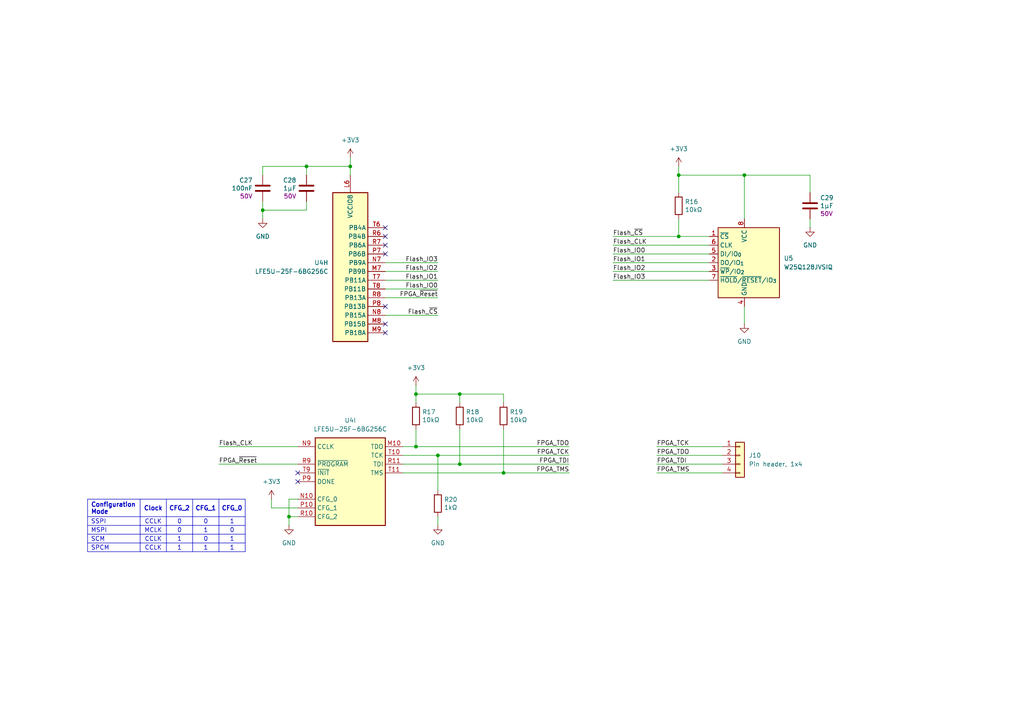
<source format=kicad_sch>
(kicad_sch (version 20250114) (generator "eeschema") (generator_version "9.0")
  (paper "A4")
  (title_block (title "Clavier - FPGA configuration") (date "2025-06-01") (rev "1.0") (company "Copyright (c) 2025 L. Sartory") (comment 1 "SPDX-License-Identifier: CERN-OHL-P-2.0"))
  (lib_symbols
    (symbol "Connector_Generic:Conn_01x04" (pin_names (offset 1.016) (hide yes))
      (property "Reference" "J" (at 0 5.08 0))
      (property "Value" "Conn_01x04" (at 0 -7.62 0))
      (symbol "Conn_01x04_1_1"
        (rectangle (start -1.27 3.81) (end 1.27 -6.35) (stroke (width 0.254)) (fill (type background)))
        (rectangle (start -1.27 2.667) (end 0 2.413) (stroke (width 0.1524)))
        (rectangle (start -1.27 0.127) (end 0 -0.127) (stroke (width 0.1524)))
        (rectangle (start -1.27 -2.413) (end 0 -2.667) (stroke (width 0.1524)))
        (rectangle (start -1.27 -4.953) (end 0 -5.207) (stroke (width 0.1524)))
        (pin passive line (at -5.08 2.54 0) (length 3.81) (name "Pin_1") (number "1"))
        (pin passive line (at -5.08 0 0) (length 3.81) (name "Pin_2") (number "2"))
        (pin passive line (at -5.08 -2.54 0) (length 3.81) (name "Pin_3") (number "3"))
        (pin passive line (at -5.08 -5.08 0) (length 3.81) (name "Pin_4") (number "4"))
      )
    )
    (symbol "Device:C" (pin_numbers (hide yes)) (pin_names (offset 0.254))
      (property "Reference" "C" (at 0.635 2.54 0))
      (property "Value" "C" (at 0.635 -2.54 0))
      (symbol "C_0_1"
        (polyline (pts (xy -2.032 0.762) (xy 2.032 0.762)) (stroke (width 0.508)))
        (polyline (pts (xy -2.032 -0.762) (xy 2.032 -0.762)) (stroke (width 0.508)))
      )
      (symbol "C_1_1"
        (pin passive line (at 0 3.81 270) (length 2.794) (name "~") (number "1"))
        (pin passive line (at 0 -3.81 90) (length 2.794) (name "~") (number "2"))
      )
    )
    (symbol "Device:R" (pin_numbers (hide yes)) (pin_names (offset 0))
      (property "Reference" "R" (at 2.032 0 90))
      (property "Value" "R" (at 0 0 90))
      (symbol "R_0_1"
        (rectangle (start -1.016 -2.54) (end 1.016 2.54) (stroke (width 0.254)))
      )
      (symbol "R_1_1"
        (pin passive line (at 0 3.81 270) (length 1.27) (name "~") (number "1"))
        (pin passive line (at 0 -3.81 90) (length 1.27) (name "~") (number "2"))
      )
    )
    (symbol "Memory_Flash:W25Q128JVS"
      (property "Reference" "U" (at -6.35 11.43 0))
      (property "Value" "W25Q128JVS" (at 7.62 11.43 0))
      (symbol "W25Q128JVS_0_1"
        (rectangle (start -7.62 10.16) (end 10.16 -10.16) (stroke (width 0.254)) (fill (type background)))
      )
      (symbol "W25Q128JVS_1_1"
        (pin input line (at -10.16 7.62 0) (length 2.54) (name "~{CS}") (number "1"))
        (pin input line (at -10.16 5.08 0) (length 2.54) (name "CLK") (number "6"))
        (pin bidirectional line (at -10.16 2.54 0) (length 2.54) (name "DI/IO_{0}") (number "5"))
        (pin bidirectional line (at -10.16 0 0) (length 2.54) (name "DO/IO_{1}") (number "2"))
        (pin bidirectional line (at -10.16 -2.54 0) (length 2.54) (name "~{WP}/IO_{2}") (number "3"))
        (pin bidirectional line (at -10.16 -5.08 0) (length 2.54) (name "~{HOLD}/~{RESET}/IO_{3}") (number "7"))
        (pin power_in line (at 0 12.7 270) (length 2.54) (name "VCC") (number "8"))
        (pin power_in line (at 0 -12.7 90) (length 2.54) (name "GND") (number "4"))
      )
    )
    (symbol "clavier:LFE5U-25F-6BG256x"
      (property "Reference" "U" (at 24.13 0 0))
      (property "Value" "LFE5U-25F-6BG256x" (at 24.13 -2.54 0))
      (symbol "LFE5U-25F-6BG256x_1_1"
        (rectangle (start -25.4 10.16) (end 25.4 -10.16) (stroke (width 0.3048)) (fill (type background)))
        (pin passive line (at 0 15.24 270) (length 5.08) (hide yes) (name "VCC") (number "G6"))
        (pin passive line (at 0 15.24 270) (length 5.08) (hide yes) (name "VCC") (number "G7"))
        (pin passive line (at 0 15.24 270) (length 5.08) (hide yes) (name "VCC") (number "G9"))
        (pin power_in line (at 0 15.24 270) (length 5.08) (name "VCC") (number "L10"))
        (pin passive line (at 0 15.24 270) (length 5.08) (hide yes) (name "VCC") (number "L8"))
        (pin passive line (at 0 15.24 270) (length 5.08) (hide yes) (name "VCC") (number "L9"))
        (pin passive line (at 0 -15.24 90) (length 5.08) (hide yes) (name "GND") (number "A1"))
        (pin passive line (at 0 -15.24 90) (length 5.08) (hide yes) (name "GND") (number "A16"))
        (pin passive line (at 0 -15.24 90) (length 5.08) (hide yes) (name "GND") (number "D15"))
        (pin power_in line (at 0 -15.24 90) (length 5.08) (name "GND") (number "D2"))
        (pin passive line (at 0 -15.24 90) (length 5.08) (hide yes) (name "GND") (number "F8"))
        (pin passive line (at 0 -15.24 90) (length 5.08) (hide yes) (name "GND") (number "F9"))
        (pin passive line (at 0 -15.24 90) (length 5.08) (hide yes) (name "GND") (number "G10"))
        (pin passive line (at 0 -15.24 90) (length 5.08) (hide yes) (name "GND") (number "G8"))
        (pin passive line (at 0 -15.24 90) (length 5.08) (hide yes) (name "GND") (number "H1"))
        (pin passive line (at 0 -15.24 90) (length 5.08) (hide yes) (name "GND") (number "H10"))
        (pin passive line (at 0 -15.24 90) (length 5.08) (hide yes) (name "GND") (number "H16"))
        (pin passive line (at 0 -15.24 90) (length 5.08) (hide yes) (name "GND") (number "H8"))
        (pin passive line (at 0 -15.24 90) (length 5.08) (hide yes) (name "GND") (number "H9"))
        (pin passive line (at 0 -15.24 90) (length 5.08) (hide yes) (name "GND") (number "J10"))
        (pin passive line (at 0 -15.24 90) (length 5.08) (hide yes) (name "GND") (number "J8"))
        (pin passive line (at 0 -15.24 90) (length 5.08) (hide yes) (name "GND") (number "J9"))
        (pin passive line (at 0 -15.24 90) (length 5.08) (hide yes) (name "GND") (number "K10"))
        (pin passive line (at 0 -15.24 90) (length 5.08) (hide yes) (name "GND") (number "K6"))
        (pin passive line (at 0 -15.24 90) (length 5.08) (hide yes) (name "GND") (number "K7"))
        (pin passive line (at 0 -15.24 90) (length 5.08) (hide yes) (name "GND") (number "K8"))
        (pin passive line (at 0 -15.24 90) (length 5.08) (hide yes) (name "GND") (number "K9"))
        (pin passive line (at 0 -15.24 90) (length 5.08) (hide yes) (name "GND") (number "N15"))
        (pin passive line (at 0 -15.24 90) (length 5.08) (hide yes) (name "GND") (number "N2"))
        (pin passive line (at 0 -15.24 90) (length 5.08) (hide yes) (name "GND") (number "T1"))
        (pin passive line (at 0 -15.24 90) (length 5.08) (hide yes) (name "GND") (number "T12"))
        (pin passive line (at 0 -15.24 90) (length 5.08) (hide yes) (name "GND") (number "T16"))
        (pin passive line (at 0 -15.24 90) (length 5.08) (hide yes) (name "GND") (number "T5"))
        (pin passive line (at 12.7 15.24 270) (length 5.08) (hide yes) (name "VCCAUX") (number "G11"))
        (pin power_in line (at 12.7 15.24 270) (length 5.08) (name "VCCAUX") (number "L7"))
      )
      (symbol "LFE5U-25F-6BG256x_2_1"
        (rectangle (start -5.08 35.56) (end 5.08 -35.56) (stroke (width 0.3048)) (fill (type background)))
        (pin bidirectional line (at -10.16 25.4 0) (length 5.08) (name "PT4A") (number "A2"))
        (pin bidirectional line (at -10.16 22.86 0) (length 5.08) (name "PT4B") (number "B3"))
        (pin bidirectional line (at -10.16 20.32 0) (length 5.08) (name "PT6A") (number "A3"))
        (pin bidirectional line (at -10.16 17.78 0) (length 5.08) (name "PT6B") (number "A4"))
        (pin bidirectional line (at -10.16 15.24 0) (length 5.08) (name "PT9A") (number "E4"))
        (pin bidirectional line (at -10.16 12.7 0) (length 5.08) (name "PT9B") (number "D4"))
        (pin bidirectional line (at -10.16 10.16 0) (length 5.08) (name "PT11A") (number "C4"))
        (pin bidirectional line (at -10.16 7.62 0) (length 5.08) (name "PT11B") (number "B4"))
        (pin bidirectional line (at -10.16 5.08 0) (length 5.08) (name "PT13A") (number "E5"))
        (pin bidirectional line (at -10.16 2.54 0) (length 5.08) (name "PT13B") (number "D5"))
        (pin bidirectional line (at -10.16 0 0) (length 5.08) (name "PT15A") (number "C5"))
        (pin bidirectional line (at -10.16 -2.54 0) (length 5.08) (name "PT15B") (number "B5"))
        (pin bidirectional line (at -10.16 -5.08 0) (length 5.08) (name "PT18A") (number "A5"))
        (pin bidirectional line (at -10.16 -7.62 0) (length 5.08) (name "PT18B") (number "A6"))
        (pin bidirectional line (at -10.16 -10.16 0) (length 5.08) (name "PT20A") (number "E6"))
        (pin bidirectional line (at -10.16 -12.7 0) (length 5.08) (name "PT20B") (number "D6"))
        (pin bidirectional line (at -10.16 -15.24 0) (length 5.08) (name "PT22A") (number "C6"))
        (pin bidirectional line (at -10.16 -17.78 0) (length 5.08) (name "PT22B") (number "B6"))
        (pin bidirectional line (at -10.16 -20.32 0) (length 5.08) (name "PT24A") (number "E7"))
        (pin bidirectional line (at -10.16 -22.86 0) (length 5.08) (name "PT24B") (number "D7"))
        (pin bidirectional line (at -10.16 -25.4 0) (length 5.08) (name "PT27A") (number "C7"))
        (pin bidirectional line (at -10.16 -27.94 0) (length 5.08) (name "PT27B") (number "B7"))
        (pin bidirectional line (at -10.16 -30.48 0) (length 5.08) (name "PT29A") (number "A7"))
        (pin bidirectional line (at -10.16 -33.02 0) (length 5.08) (name "PT29B") (number "A8"))
        (pin passive line (at 0 40.64 270) (length 5.08) (hide yes) (name "VCCIO0") (number "F6"))
        (pin power_in line (at 0 40.64 270) (length 5.08) (name "VCCIO0") (number "F7"))
      )
      (symbol "LFE5U-25F-6BG256x_3_1"
        (rectangle (start -5.08 45.72) (end 5.08 -45.72) (stroke (width 0.3048)) (fill (type background)))
        (pin bidirectional line (at -10.16 35.56 0) (length 5.08) (name "PT33A") (number "E8"))
        (pin bidirectional line (at -10.16 33.02 0) (length 5.08) (name "PT33B") (number "D8"))
        (pin bidirectional line (at -10.16 30.48 0) (length 5.08) (name "PT35A") (number "C8"))
        (pin bidirectional line (at -10.16 27.94 0) (length 5.08) (name "PT35B") (number "B8"))
        (pin bidirectional line (at -10.16 25.4 0) (length 5.08) (name "PT38A") (number "B9"))
        (pin bidirectional line (at -10.16 22.86 0) (length 5.08) (name "PT38B") (number "C9"))
        (pin bidirectional line (at -10.16 20.32 0) (length 5.08) (name "PT40A") (number "D9"))
        (pin bidirectional line (at -10.16 17.78 0) (length 5.08) (name "PT40B") (number "E9"))
        (pin bidirectional line (at -10.16 15.24 0) (length 5.08) (name "PT42A") (number "A9"))
        (pin bidirectional line (at -10.16 12.7 0) (length 5.08) (name "PT42B") (number "A10"))
        (pin bidirectional line (at -10.16 10.16 0) (length 5.08) (name "PT44A") (number "B10"))
        (pin bidirectional line (at -10.16 7.62 0) (length 5.08) (name "PT44B") (number "C10"))
        (pin bidirectional line (at -10.16 5.08 0) (length 5.08) (name "PT47A") (number "D10"))
        (pin bidirectional line (at -10.16 2.54 0) (length 5.08) (name "PT47B") (number "E10"))
        (pin bidirectional line (at -10.16 0 0) (length 5.08) (name "PT49A") (number "B11"))
        (pin bidirectional line (at -10.16 -2.54 0) (length 5.08) (name "PT49B") (number "C11"))
        (pin bidirectional line (at -10.16 -5.08 0) (length 5.08) (name "PT51A") (number "D11"))
        (pin bidirectional line (at -10.16 -7.62 0) (length 5.08) (name "PT51B") (number "E11"))
        (pin bidirectional line (at -10.16 -10.16 0) (length 5.08) (name "PT53A") (number "A11"))
        (pin bidirectional line (at -10.16 -12.7 0) (length 5.08) (name "PT53B") (number "A12"))
        (pin bidirectional line (at -10.16 -15.24 0) (length 5.08) (name "PT56A") (number "B12"))
        (pin bidirectional line (at -10.16 -17.78 0) (length 5.08) (name "PT56B") (number "C12"))
        (pin bidirectional line (at -10.16 -20.32 0) (length 5.08) (name "PT58A") (number "D12"))
        (pin bidirectional line (at -10.16 -22.86 0) (length 5.08) (name "PT58B") (number "E12"))
        (pin bidirectional line (at -10.16 -25.4 0) (length 5.08) (name "PT60A") (number "B13"))
        (pin bidirectional line (at -10.16 -27.94 0) (length 5.08) (name "PT60B") (number "C13"))
        (pin bidirectional line (at -10.16 -30.48 0) (length 5.08) (name "PT62A") (number "D13"))
        (pin bidirectional line (at -10.16 -33.02 0) (length 5.08) (name "PT62B") (number "E13"))
        (pin bidirectional line (at -10.16 -35.56 0) (length 5.08) (name "PT65A") (number "A13"))
        (pin bidirectional line (at -10.16 -38.1 0) (length 5.08) (name "PT65B") (number "A14"))
        (pin bidirectional line (at -10.16 -40.64 0) (length 5.08) (name "PT67A") (number "B14"))
        (pin bidirectional line (at -10.16 -43.18 0) (length 5.08) (name "PT67B") (number "A15"))
        (pin passive line (at 0 50.8 270) (length 5.08) (hide yes) (name "VCCIO1") (number "F10"))
        (pin power_in line (at 0 50.8 270) (length 5.08) (name "VCCIO1") (number "F11"))
      )
      (symbol "LFE5U-25F-6BG256x_4_1"
        (rectangle (start -5.08 45.72) (end 5.08 -45.72) (stroke (width 0.3048)) (fill (type background)))
        (pin bidirectional line (at -10.16 35.56 0) (length 5.08) (name "PR2A") (number "B16"))
        (pin bidirectional line (at -10.16 33.02 0) (length 5.08) (name "PR2B") (number "B15"))
        (pin bidirectional line (at -10.16 30.48 0) (length 5.08) (name "PR2C") (number "C14"))
        (pin bidirectional line (at -10.16 27.94 0) (length 5.08) (name "PR2D") (number "D14"))
        (pin bidirectional line (at -10.16 25.4 0) (length 5.08) (name "PR5A") (number "C16"))
        (pin bidirectional line (at -10.16 22.86 0) (length 5.08) (name "PR5B") (number "C15"))
        (pin bidirectional line (at -10.16 20.32 0) (length 5.08) (name "PR5C") (number "E14"))
        (pin bidirectional line (at -10.16 17.78 0) (length 5.08) (name "PR5D") (number "F14"))
        (pin bidirectional line (at -10.16 15.24 0) (length 5.08) (name "PR8A") (number "D16"))
        (pin bidirectional line (at -10.16 12.7 0) (length 5.08) (name "PR8B") (number "E15"))
        (pin bidirectional line (at -10.16 10.16 0) (length 5.08) (name "PR8C") (number "F13"))
        (pin bidirectional line (at -10.16 7.62 0) (length 5.08) (name "PR8D") (number "F12"))
        (pin bidirectional line (at -10.16 5.08 0) (length 5.08) (name "PR11A") (number "G12"))
        (pin bidirectional line (at -10.16 2.54 0) (length 5.08) (name "PR11B") (number "G13"))
        (pin bidirectional line (at -10.16 0 0) (length 5.08) (name "PR11C") (number "F15"))
        (pin bidirectional line (at -10.16 -2.54 0) (length 5.08) (name "PR11D") (number "E16"))
        (pin bidirectional line (at -10.16 -5.08 0) (length 5.08) (name "PR14A") (number "F16"))
        (pin bidirectional line (at -10.16 -7.62 0) (length 5.08) (name "PR14B") (number "G15"))
        (pin bidirectional line (at -10.16 -10.16 0) (length 5.08) (name "PR14C") (number "G14"))
        (pin bidirectional line (at -10.16 -12.7 0) (length 5.08) (name "PR14D") (number "H14"))
        (pin bidirectional line (at -10.16 -15.24 0) (length 5.08) (name "PR17A") (number "H12"))
        (pin bidirectional line (at -10.16 -17.78 0) (length 5.08) (name "PR17B") (number "H13"))
        (pin bidirectional line (at -10.16 -20.32 0) (length 5.08) (name "PR17C") (number "J13"))
        (pin bidirectional line (at -10.16 -22.86 0) (length 5.08) (name "PR17D") (number "J12"))
        (pin bidirectional line (at -10.16 -25.4 0) (length 5.08) (name "PR20A") (number "G16"))
        (pin bidirectional line (at -10.16 -27.94 0) (length 5.08) (name "PR20B") (number "H15"))
        (pin bidirectional line (at -10.16 -30.48 0) (length 5.08) (name "PR20C") (number "J14"))
        (pin bidirectional line (at -10.16 -33.02 0) (length 5.08) (name "PR20D") (number "K14"))
        (pin bidirectional line (at -10.16 -35.56 0) (length 5.08) (name "PR23A") (number "J16"))
        (pin bidirectional line (at -10.16 -38.1 0) (length 5.08) (name "PR23B") (number "J15"))
        (pin bidirectional line (at -10.16 -40.64 0) (length 5.08) (name "PR23C") (number "K16"))
        (pin bidirectional line (at -10.16 -43.18 0) (length 5.08) (name "PR23D") (number "K15"))
        (pin power_in line (at 0 50.8 270) (length 5.08) (name "VCCIO2") (number "H11"))
        (pin passive line (at 0 50.8 270) (length 5.08) (hide yes) (name "VCCIO2") (number "J11"))
      )
      (symbol "LFE5U-25F-6BG256x_5_1"
        (rectangle (start -5.08 45.72) (end 5.08 -45.72) (stroke (width 0.3048)) (fill (type background)))
        (pin bidirectional line (at -10.16 35.56 0) (length 5.08) (name "PR26A") (number "L16"))
        (pin bidirectional line (at -10.16 33.02 0) (length 5.08) (name "PR26B") (number "L15"))
        (pin bidirectional line (at -10.16 30.48 0) (length 5.08) (name "PR26C") (number "M16"))
        (pin bidirectional line (at -10.16 27.94 0) (length 5.08) (name "PR26D") (number "M15"))
        (pin bidirectional line (at -10.16 25.4 0) (length 5.08) (name "PR29A") (number "K13"))
        (pin bidirectional line (at -10.16 22.86 0) (length 5.08) (name "PR29B") (number "K12"))
        (pin bidirectional line (at -10.16 20.32 0) (length 5.08) (name "PR29C") (number "L13"))
        (pin bidirectional line (at -10.16 17.78 0) (length 5.08) (name "PR29D") (number "L12"))
        (pin bidirectional line (at -10.16 15.24 0) (length 5.08) (name "PR32A") (number "N16"))
        (pin bidirectional line (at -10.16 12.7 0) (length 5.08) (name "PR32B") (number "P15"))
        (pin bidirectional line (at -10.16 10.16 0) (length 5.08) (name "PR32C") (number "L14"))
        (pin bidirectional line (at -10.16 7.62 0) (length 5.08) (name "PR32D") (number "M14"))
        (pin bidirectional line (at -10.16 5.08 0) (length 5.08) (name "PR35A") (number "P16"))
        (pin bidirectional line (at -10.16 2.54 0) (length 5.08) (name "PR35B") (number "R16"))
        (pin bidirectional line (at -10.16 0 0) (length 5.08) (name "PR35C") (number "M13"))
        (pin bidirectional line (at -10.16 -2.54 0) (length 5.08) (name "PR35D") (number "N14"))
        (pin bidirectional line (at -10.16 -5.08 0) (length 5.08) (name "PR38A") (number "N13"))
        (pin bidirectional line (at -10.16 -7.62 0) (length 5.08) (name "PR38B") (number "P14"))
        (pin bidirectional line (at -10.16 -10.16 0) (length 5.08) (name "PR38C") (number "R15"))
        (pin bidirectional line (at -10.16 -12.7 0) (length 5.08) (name "PR38D") (number "T15"))
        (pin bidirectional line (at -10.16 -15.24 0) (length 5.08) (name "PR41A") (number "P13"))
        (pin bidirectional line (at -10.16 -17.78 0) (length 5.08) (name "PR41B") (number "R14"))
        (pin bidirectional line (at -10.16 -20.32 0) (length 5.08) (name "PR41C") (number "R13"))
        (pin bidirectional line (at -10.16 -22.86 0) (length 5.08) (name "PR41D") (number "T14"))
        (pin bidirectional line (at -10.16 -25.4 0) (length 5.08) (name "PR44A") (number "R12"))
        (pin bidirectional line (at -10.16 -27.94 0) (length 5.08) (name "PR44B") (number "T13"))
        (pin bidirectional line (at -10.16 -30.48 0) (length 5.08) (name "PR44C") (number "M12"))
        (pin bidirectional line (at -10.16 -33.02 0) (length 5.08) (name "PR44D") (number "N12"))
        (pin bidirectional line (at -10.16 -35.56 0) (length 5.08) (name "PR47A") (number "M11"))
        (pin bidirectional line (at -10.16 -38.1 0) (length 5.08) (name "PR47B") (number "N11"))
        (pin bidirectional line (at -10.16 -40.64 0) (length 5.08) (name "PR47C") (number "P11"))
        (pin bidirectional line (at -10.16 -43.18 0) (length 5.08) (name "PR47D") (number "P12"))
        (pin passive line (at 0 50.8 270) (length 5.08) (hide yes) (name "VCCIO3") (number "K11"))
        (pin power_in line (at 0 50.8 270) (length 5.08) (name "VCCIO3") (number "L11"))
      )
      (symbol "LFE5U-25F-6BG256x_6_1"
        (rectangle (start -5.08 45.72) (end 5.08 -45.72) (stroke (width 0.3048)) (fill (type background)))
        (pin bidirectional line (at -10.16 35.56 0) (length 5.08) (name "PL26A") (number "L1"))
        (pin bidirectional line (at -10.16 33.02 0) (length 5.08) (name "PL26B") (number "L2"))
        (pin bidirectional line (at -10.16 30.48 0) (length 5.08) (name "PL26C") (number "M1"))
        (pin bidirectional line (at -10.16 27.94 0) (length 5.08) (name "PL26D") (number "M2"))
        (pin bidirectional line (at -10.16 25.4 0) (length 5.08) (name "PL29A") (number "K4"))
        (pin bidirectional line (at -10.16 22.86 0) (length 5.08) (name "PL29B") (number "K5"))
        (pin bidirectional line (at -10.16 20.32 0) (length 5.08) (name "PL29C") (number "L4"))
        (pin bidirectional line (at -10.16 17.78 0) (length 5.08) (name "PL29D") (number "L5"))
        (pin bidirectional line (at -10.16 15.24 0) (length 5.08) (name "PL32A") (number "N1"))
        (pin bidirectional line (at -10.16 12.7 0) (length 5.08) (name "PL32B") (number "P2"))
        (pin bidirectional line (at -10.16 10.16 0) (length 5.08) (name "PL32C") (number "L3"))
        (pin bidirectional line (at -10.16 7.62 0) (length 5.08) (name "PL32D") (number "M3"))
        (pin bidirectional line (at -10.16 5.08 0) (length 5.08) (name "PL35A") (number "P1"))
        (pin bidirectional line (at -10.16 2.54 0) (length 5.08) (name "PL35B") (number "R1"))
        (pin bidirectional line (at -10.16 0 0) (length 5.08) (name "PL35C") (number "M4"))
        (pin bidirectional line (at -10.16 -2.54 0) (length 5.08) (name "PL35D") (number "N3"))
        (pin bidirectional line (at -10.16 -5.08 0) (length 5.08) (name "PL38A") (number "N4"))
        (pin bidirectional line (at -10.16 -7.62 0) (length 5.08) (name "PL38B") (number "P3"))
        (pin bidirectional line (at -10.16 -10.16 0) (length 5.08) (name "PL38C") (number "R2"))
        (pin bidirectional line (at -10.16 -12.7 0) (length 5.08) (name "PL38D") (number "T2"))
        (pin bidirectional line (at -10.16 -15.24 0) (length 5.08) (name "PL41A") (number "P4"))
        (pin bidirectional line (at -10.16 -17.78 0) (length 5.08) (name "PL41B") (number "R3"))
        (pin bidirectional line (at -10.16 -20.32 0) (length 5.08) (name "PL41C") (number "R4"))
        (pin bidirectional line (at -10.16 -22.86 0) (length 5.08) (name "PL41D") (number "T3"))
        (pin bidirectional line (at -10.16 -25.4 0) (length 5.08) (name "PL44A") (number "R5"))
        (pin bidirectional line (at -10.16 -27.94 0) (length 5.08) (name "PL44B") (number "T4"))
        (pin bidirectional line (at -10.16 -30.48 0) (length 5.08) (name "PL44C") (number "M5"))
        (pin bidirectional line (at -10.16 -33.02 0) (length 5.08) (name "PL44D") (number "N5"))
        (pin bidirectional line (at -10.16 -35.56 0) (length 5.08) (name "PL47A") (number "M6"))
        (pin bidirectional line (at -10.16 -38.1 0) (length 5.08) (name "PL47B") (number "N6"))
        (pin bidirectional line (at -10.16 -40.64 0) (length 5.08) (name "PL47C") (number "P6"))
        (pin bidirectional line (at -10.16 -43.18 0) (length 5.08) (name "PL47D") (number "P5"))
        (pin passive line (at 0 50.8 270) (length 5.08) (hide yes) (name "VCCIO6") (number "J6"))
        (pin power_in line (at 0 50.8 270) (length 5.08) (name "VCCIO6") (number "J7"))
      )
      (symbol "LFE5U-25F-6BG256x_7_1"
        (rectangle (start -5.08 45.72) (end 5.08 -45.72) (stroke (width 0.3048)) (fill (type background)))
        (pin bidirectional line (at -10.16 35.56 0) (length 5.08) (name "PL2A") (number "B1"))
        (pin bidirectional line (at -10.16 33.02 0) (length 5.08) (name "PL2B") (number "B2"))
        (pin bidirectional line (at -10.16 30.48 0) (length 5.08) (name "PL2C") (number "C3"))
        (pin bidirectional line (at -10.16 27.94 0) (length 5.08) (name "PL2D") (number "D3"))
        (pin bidirectional line (at -10.16 25.4 0) (length 5.08) (name "PL5A") (number "C1"))
        (pin bidirectional line (at -10.16 22.86 0) (length 5.08) (name "PL5B") (number "C2"))
        (pin bidirectional line (at -10.16 20.32 0) (length 5.08) (name "PL5C") (number "E3"))
        (pin bidirectional line (at -10.16 17.78 0) (length 5.08) (name "PL5D") (number "F3"))
        (pin bidirectional line (at -10.16 15.24 0) (length 5.08) (name "PL8A") (number "D1"))
        (pin bidirectional line (at -10.16 12.7 0) (length 5.08) (name "PL8B") (number "E2"))
        (pin bidirectional line (at -10.16 10.16 0) (length 5.08) (name "PL8C") (number "F4"))
        (pin bidirectional line (at -10.16 7.62 0) (length 5.08) (name "PL8D") (number "F5"))
        (pin bidirectional line (at -10.16 5.08 0) (length 5.08) (name "PL11A") (number "G5"))
        (pin bidirectional line (at -10.16 2.54 0) (length 5.08) (name "PL11B") (number "G4"))
        (pin bidirectional line (at -10.16 0 0) (length 5.08) (name "PL11C") (number "F2"))
        (pin bidirectional line (at -10.16 -2.54 0) (length 5.08) (name "PL11D") (number "E1"))
        (pin bidirectional line (at -10.16 -5.08 0) (length 5.08) (name "PL14A") (number "F1"))
        (pin bidirectional line (at -10.16 -7.62 0) (length 5.08) (name "PL14B") (number "G2"))
        (pin bidirectional line (at -10.16 -10.16 0) (length 5.08) (name "PL14C") (number "G3"))
        (pin bidirectional line (at -10.16 -12.7 0) (length 5.08) (name "PL14D") (number "H3"))
        (pin bidirectional line (at -10.16 -15.24 0) (length 5.08) (name "PL17A") (number "H5"))
        (pin bidirectional line (at -10.16 -17.78 0) (length 5.08) (name "PL17B") (number "H4"))
        (pin bidirectional line (at -10.16 -20.32 0) (length 5.08) (name "PL17C") (number "J4"))
        (pin bidirectional line (at -10.16 -22.86 0) (length 5.08) (name "PL17D") (number "J5"))
        (pin bidirectional line (at -10.16 -25.4 0) (length 5.08) (name "PL20A") (number "G1"))
        (pin bidirectional line (at -10.16 -27.94 0) (length 5.08) (name "PL20B") (number "H2"))
        (pin bidirectional line (at -10.16 -30.48 0) (length 5.08) (name "PL20C") (number "J3"))
        (pin bidirectional line (at -10.16 -33.02 0) (length 5.08) (name "PL20D") (number "K3"))
        (pin bidirectional line (at -10.16 -35.56 0) (length 5.08) (name "PL23A") (number "J1"))
        (pin bidirectional line (at -10.16 -38.1 0) (length 5.08) (name "PL23B") (number "J2"))
        (pin bidirectional line (at -10.16 -40.64 0) (length 5.08) (name "PL23C") (number "K1"))
        (pin bidirectional line (at -10.16 -43.18 0) (length 5.08) (name "PL23D") (number "K2"))
        (pin passive line (at 0 50.8 270) (length 5.08) (hide yes) (name "VCCIO7") (number "H6"))
        (pin power_in line (at 0 50.8 270) (length 5.08) (name "VCCIO7") (number "H7"))
      )
      (symbol "LFE5U-25F-6BG256x_8_1"
        (rectangle (start -5.08 21.59) (end 5.08 -21.59) (stroke (width 0.3048)) (fill (type background)))
        (pin bidirectional line (at -10.16 11.43 0) (length 5.08) (name "PB4A") (number "T6"))
        (pin bidirectional line (at -10.16 8.89 0) (length 5.08) (name "PB4B") (number "R6"))
        (pin bidirectional line (at -10.16 6.35 0) (length 5.08) (name "PB6A") (number "R7"))
        (pin bidirectional line (at -10.16 3.81 0) (length 5.08) (name "PB6B") (number "P7"))
        (pin bidirectional line (at -10.16 1.27 0) (length 5.08) (name "PB9A") (number "N7"))
        (pin bidirectional line (at -10.16 -1.27 0) (length 5.08) (name "PB9B") (number "M7"))
        (pin bidirectional line (at -10.16 -3.81 0) (length 5.08) (name "PB11A") (number "T7"))
        (pin bidirectional line (at -10.16 -6.35 0) (length 5.08) (name "PB11B") (number "T8"))
        (pin bidirectional line (at -10.16 -8.89 0) (length 5.08) (name "PB13A") (number "R8"))
        (pin bidirectional line (at -10.16 -11.43 0) (length 5.08) (name "PB13B") (number "P8"))
        (pin bidirectional line (at -10.16 -13.97 0) (length 5.08) (name "PB15A") (number "N8"))
        (pin bidirectional line (at -10.16 -16.51 0) (length 5.08) (name "PB15B") (number "M8"))
        (pin bidirectional line (at -10.16 -19.05 0) (length 5.08) (name "PB18A") (number "M9"))
        (pin power_in line (at 0 26.67 270) (length 5.08) (name "VCCIO8") (number "L6"))
      )
      (symbol "LFE5U-25F-6BG256x_9_1"
        (rectangle (start -10.16 12.7) (end 10.16 -12.7) (stroke (width 0.3048)) (fill (type background)))
        (pin bidirectional line (at -15.24 10.16 0) (length 5.08) (name "CCLK") (number "N9"))
        (pin input line (at -15.24 5.08 0) (length 5.08) (name "~{PROGRAM}") (number "R9"))
        (pin open_collector line (at -15.24 2.54 0) (length 5.08) (name "~{INIT}") (number "T9"))
        (pin open_collector line (at -15.24 0 0) (length 5.08) (name "DONE") (number "P9"))
        (pin input line (at -15.24 -5.08 0) (length 5.08) (name "CFG_0") (number "N10"))
        (pin input line (at -15.24 -7.62 0) (length 5.08) (name "CFG_1") (number "P10"))
        (pin input line (at -15.24 -10.16 0) (length 5.08) (name "CFG_2") (number "R10"))
        (pin output line (at 15.24 10.16 180) (length 5.08) (name "TDO") (number "M10"))
        (pin input line (at 15.24 7.62 180) (length 5.08) (name "TCK") (number "T10"))
        (pin input line (at 15.24 5.08 180) (length 5.08) (name "TDI") (number "R11"))
        (pin input line (at 15.24 2.54 180) (length 5.08) (name "TMS") (number "T11"))
      )
    )
    (symbol "power:+3V3" (power) (pin_numbers (hide yes)) (pin_names (offset 0) (hide yes))
      (property "Value" "+3V3" (at 0 3.556 0))
      (symbol "+3V3_0_1"
        (polyline (pts (xy -0.762 1.27) (xy 0 2.54)))
        (polyline (pts (xy 0 2.54) (xy 0.762 1.27)))
        (polyline (pts (xy 0 0) (xy 0 2.54)))
      )
      (symbol "+3V3_1_1"
        (pin power_in line (at 0 0 90) (length 0) (name "~") (number "1"))
      )
    )
    (symbol "power:GND" (power) (pin_numbers (hide yes)) (pin_names (offset 0) (hide yes))
      (property "Value" "GND" (at 0 -3.81 0))
      (symbol "GND_0_1"
        (polyline (pts (xy 0 0) (xy 0 -1.27) (xy 1.27 -1.27) (xy 0 -2.54) (xy -1.27 -1.27) (xy 0 -1.27)))
      )
      (symbol "GND_1_1"
        (pin power_in line (at 0 0 270) (length 0) (name "~") (number "1"))
      )
    )
  )
  (junction (at 215.9 50.8))
  (junction (at 120.65 129.54))
  (junction (at 120.65 114.3))
  (junction (at 127 132.08))
  (junction (at 196.85 68.58))
  (junction (at 146.05 137.16))
  (junction (at 76.2 60.96))
  (junction (at 133.35 134.62))
  (junction (at 196.85 50.8))
  (junction (at 133.35 114.3))
  (junction (at 88.9 48.26))
  (junction (at 101.6 48.26))
  (junction (at 83.82 149.86))
  (no_connect (at 86.36 137.16))
  (no_connect (at 111.76 93.98))
  (no_connect (at 111.76 88.9))
  (no_connect (at 111.76 66.04))
  (no_connect (at 111.76 73.66))
  (no_connect (at 86.36 139.7))
  (no_connect (at 111.76 71.12))
  (no_connect (at 111.76 68.58))
  (no_connect (at 111.76 96.52))
  (wire (pts (xy 133.35 114.3) (xy 120.65 114.3)))
  (wire (pts (xy 127 132.08) (xy 127 142.24)))
  (wire (pts (xy 127 83.82) (xy 111.76 83.82)))
  (wire (pts (xy 177.8 68.58) (xy 196.85 68.58)))
  (wire (pts (xy 120.65 111.76) (xy 120.65 114.3)))
  (wire (pts (xy 177.8 71.12) (xy 205.74 71.12)))
  (wire (pts (xy 133.35 124.46) (xy 133.35 134.62)))
  (wire (pts (xy 127 76.2) (xy 111.76 76.2)))
  (wire (pts (xy 133.35 114.3) (xy 133.35 116.84)))
  (wire (pts (xy 146.05 116.84) (xy 146.05 114.3)))
  (wire (pts (xy 196.85 63.5) (xy 196.85 68.58)))
  (wire (pts (xy 234.95 66.04) (xy 234.95 63.5)))
  (wire (pts (xy 127 78.74) (xy 111.76 78.74)))
  (wire (pts (xy 101.6 45.72) (xy 101.6 48.26)))
  (wire (pts (xy 120.65 129.54) (xy 165.1 129.54)))
  (wire (pts (xy 83.82 149.86) (xy 83.82 152.4)))
  (wire (pts (xy 146.05 137.16) (xy 165.1 137.16)))
  (wire (pts (xy 76.2 48.26) (xy 88.9 48.26)))
  (wire (pts (xy 177.8 73.66) (xy 205.74 73.66)))
  (wire (pts (xy 116.84 129.54) (xy 120.65 129.54)))
  (wire (pts (xy 133.35 134.62) (xy 165.1 134.62)))
  (wire (pts (xy 76.2 50.8) (xy 76.2 48.26)))
  (wire (pts (xy 120.65 124.46) (xy 120.65 129.54)))
  (wire (pts (xy 177.8 76.2) (xy 205.74 76.2)))
  (wire (pts (xy 116.84 137.16) (xy 146.05 137.16)))
  (wire (pts (xy 190.5 137.16) (xy 209.55 137.16)))
  (wire (pts (xy 196.85 48.26) (xy 196.85 50.8)))
  (wire (pts (xy 215.9 50.8) (xy 215.9 63.5)))
  (wire (pts (xy 116.84 132.08) (xy 127 132.08)))
  (wire (pts (xy 127 81.28) (xy 111.76 81.28)))
  (wire (pts (xy 116.84 134.62) (xy 133.35 134.62)))
  (wire (pts (xy 78.74 147.32) (xy 86.36 147.32)))
  (wire (pts (xy 234.95 55.88) (xy 234.95 50.8)))
  (wire (pts (xy 76.2 60.96) (xy 76.2 58.42)))
  (wire (pts (xy 88.9 60.96) (xy 76.2 60.96)))
  (wire (pts (xy 86.36 144.78) (xy 83.82 144.78)))
  (wire (pts (xy 63.5 129.54) (xy 86.36 129.54)))
  (wire (pts (xy 215.9 50.8) (xy 234.95 50.8)))
  (wire (pts (xy 190.5 134.62) (xy 209.55 134.62)))
  (wire (pts (xy 146.05 124.46) (xy 146.05 137.16)))
  (wire (pts (xy 190.5 132.08) (xy 209.55 132.08)))
  (wire (pts (xy 196.85 55.88) (xy 196.85 50.8)))
  (wire (pts (xy 196.85 68.58) (xy 205.74 68.58)))
  (wire (pts (xy 127 149.86) (xy 127 152.4)))
  (wire (pts (xy 88.9 48.26) (xy 101.6 48.26)))
  (wire (pts (xy 120.65 114.3) (xy 120.65 116.84)))
  (wire (pts (xy 83.82 144.78) (xy 83.82 149.86)))
  (wire (pts (xy 215.9 88.9) (xy 215.9 93.98)))
  (wire (pts (xy 63.5 134.62) (xy 86.36 134.62)))
  (wire (pts (xy 127 86.36) (xy 111.76 86.36)))
  (wire (pts (xy 177.8 78.74) (xy 205.74 78.74)))
  (wire (pts (xy 190.5 129.54) (xy 209.55 129.54)))
  (wire (pts (xy 101.6 48.26) (xy 101.6 50.8)))
  (wire (pts (xy 78.74 144.78) (xy 78.74 147.32)))
  (wire (pts (xy 76.2 60.96) (xy 76.2 63.5)))
  (wire (pts (xy 177.8 81.28) (xy 205.74 81.28)))
  (wire (pts (xy 146.05 114.3) (xy 133.35 114.3)))
  (wire (pts (xy 88.9 50.8) (xy 88.9 48.26)))
  (wire (pts (xy 88.9 58.42) (xy 88.9 60.96)))
  (wire (pts (xy 86.36 149.86) (xy 83.82 149.86)))
  (wire (pts (xy 127 132.08) (xy 165.1 132.08)))
  (wire (pts (xy 127 91.44) (xy 111.76 91.44)))
  (wire (pts (xy 196.85 50.8) (xy 215.9 50.8)))
  (table (column_count 5) (border (external yes) (header yes)) (separators (rows yes) (cols yes)) (column_widths 15.24 7.62 7.62 7.62 7.62) (row_heights 5.08 2.54 2.54 2.54 2.54) (cells (table_cell "Configuration Mode" (at 25.4 144.78 0) (size 15.24 5.08) (margins 0.9525 0.9525 0.9525 0.9525) (span 1 1)) (table_cell "Clock" (at 40.64 144.78 0) (size 7.62 5.08) (margins 0.9525 0.9525 0.9525 0.9525) (span 1 1)) (table_cell "CFG_2" (at 48.26 144.78 0) (size 7.62 5.08) (margins 0.9525 0.9525 0.9525 0.9525) (span 1 1)) (table_cell "CFG_1" (at 55.88 144.78 0) (size 7.62 5.08) (margins 0.9525 0.9525 0.9525 0.9525) (span 1 1)) (table_cell "CFG_0" (at 63.5 144.78 0) (size 7.62 5.08) (margins 0.9525 0.9525 0.9525 0.9525) (span 1 1)) (table_cell "SSPI" (at 25.4 149.86 0) (size 15.24 2.54) (margins 0.9525 0.9525 0.9525 0.9525) (span 1 1)) (table_cell "CCLK" (at 40.64 149.86 0) (size 7.62 2.54) (margins 0.9525 0.9525 0.9525 0.9525) (span 1 1)) (table_cell "0" (at 48.26 149.86 0) (size 7.62 2.54) (margins 0.9525 0.9525 0.9525 0.9525) (span 1 1)) (table_cell "0" (at 55.88 149.86 0) (size 7.62 2.54) (margins 0.9525 0.9525 0.9525 0.9525) (span 1 1)) (table_cell "1" (at 63.5 149.86 0) (size 7.62 2.54) (margins 0.9525 0.9525 0.9525 0.9525) (span 1 1)) (table_cell "MSPI" (at 25.4 152.4 0) (size 15.24 2.54) (margins 0.9525 0.9525 0.9525 0.9525) (span 1 1)) (table_cell "MCLK" (at 40.64 152.4 0) (size 7.62 2.54) (margins 0.9525 0.9525 0.9525 0.9525) (span 1 1)) (table_cell "0" (at 48.26 152.4 0) (size 7.62 2.54) (margins 0.9525 0.9525 0.9525 0.9525) (span 1 1)) (table_cell "1" (at 55.88 152.4 0) (size 7.62 2.54) (margins 0.9525 0.9525 0.9525 0.9525) (span 1 1)) (table_cell "0" (at 63.5 152.4 0) (size 7.62 2.54) (margins 0.9525 0.9525 0.9525 0.9525) (span 1 1)) (table_cell "SCM" (at 25.4 154.94 0) (size 15.24 2.54) (margins 0.9525 0.9525 0.9525 0.9525) (span 1 1)) (table_cell "CCLK" (at 40.64 154.94 0) (size 7.62 2.54) (margins 0.9525 0.9525 0.9525 0.9525) (span 1 1)) (table_cell "1" (at 48.26 154.94 0) (size 7.62 2.54) (margins 0.9525 0.9525 0.9525 0.9525) (span 1 1)) (table_cell "0" (at 55.88 154.94 0) (size 7.62 2.54) (margins 0.9525 0.9525 0.9525 0.9525) (span 1 1)) (table_cell "1" (at 63.5 154.94 0) (size 7.62 2.54) (margins 0.9525 0.9525 0.9525 0.9525) (span 1 1)) (table_cell "SPCM" (at 25.4 157.48 0) (size 15.24 2.54) (margins 0.9525 0.9525 0.9525 0.9525) (span 1 1)) (table_cell "CCLK" (at 40.64 157.48 0) (size 7.62 2.54) (margins 0.9525 0.9525 0.9525 0.9525) (span 1 1)) (table_cell "1" (at 48.26 157.48 0) (size 7.62 2.54) (margins 0.9525 0.9525 0.9525 0.9525) (span 1 1)) (table_cell "1" (at 55.88 157.48 0) (size 7.62 2.54) (margins 0.9525 0.9525 0.9525 0.9525) (span 1 1)) (table_cell "1" (at 63.5 157.48 0) (size 7.62 2.54) (margins 0.9525 0.9525 0.9525 0.9525) (span 1 1))))
  (label "Flash_CLK" (at 177.8 71.12 0))
  (label "FPGA_TDI" (at 190.5 134.62 0))
  (label "FPGA_~{Reset}" (at 63.5 134.62 0))
  (label "Flash_~{CS}" (at 127 91.44 180))
  (label "Flash_IO1" (at 177.8 76.2 0))
  (label "Flash_CLK" (at 63.5 129.54 0))
  (label "Flash_IO2" (at 177.8 78.74 0))
  (label "Flash_IO0" (at 177.8 73.66 0))
  (label "FPGA_~{Reset}" (at 127 86.36 180))
  (label "Flash_IO3" (at 177.8 81.28 0))
  (label "FPGA_TMS" (at 165.1 137.16 180))
  (label "Flash_IO0" (at 127 83.82 180))
  (label "FPGA_TDO" (at 165.1 129.54 180))
  (label "Flash_IO1" (at 127 81.28 180))
  (label "FPGA_TDO" (at 190.5 132.08 0))
  (label "Flash_IO3" (at 127 76.2 180))
  (label "FPGA_TMS" (at 190.5 137.16 0))
  (label "Flash_~{CS}" (at 177.8 68.58 0))
  (label "FPGA_TCK" (at 165.1 132.08 180))
  (label "FPGA_TCK" (at 190.5 129.54 0))
  (label "FPGA_TDI" (at 165.1 134.62 180))
  (label "Flash_IO2" (at 127 78.74 180))
  (symbol (lib_id "Device:R") (at 127 146.05 0) (unit 1)
    (property "Reference" "R20" (at 128.778 144.8816 0) (effects (justify left)))
    (property "Value" "1kΩ" (at 128.778 147.193 0) (effects (justify left)))
    (property "Footprint" "Resistor_SMD:R_0402_1005Metric_Pad0.72x0.64mm_HandSolder" (effects (hide yes)))
    (property "Datasheet" "https://www.lcsc.com/datasheet/lcsc_datasheet_2311211102_YAGEO-RE0402DRE071KL_C851917.pdf" (effects (hide yes)))
    (property "Part_number" "RE0402DRE071KL" (effects (hide yes)))
    (property "LCSC" "C851917" (effects (hide yes)))
  )
  (symbol (lib_id "Device:R") (at 196.85 59.69 0) (unit 1)
    (property "Reference" "R16" (at 198.628 58.5216 0) (effects (justify left)))
    (property "Value" "10kΩ" (at 198.628 60.833 0) (effects (justify left)))
    (property "Footprint" "Resistor_SMD:R_0402_1005Metric_Pad0.72x0.64mm_HandSolder" (effects (hide yes)))
    (property "Datasheet" "https://www.lcsc.com/datasheet/lcsc_datasheet_2311211102_YAGEO-RE0402DRE0710KL_C851874.pdf" (effects (hide yes)))
    (property "Part_number" "RE0402DRE0710KL" (effects (hide yes)))
    (property "LCSC" "C851874" (effects (hide yes)))
  )
  (symbol (lib_id "power:GND") (at 215.9 93.98 0) (unit 1)
    (property "Reference" "#PWR051" (effects (hide yes)))
    (property "Value" "GND" (at 215.9 99.06 0))
    (property "Description" "Power symbol creates a global label with name \"GND\" , ground" (effects (hide yes)))
  )
  (symbol (lib_id "power:+3V3") (at 101.6 45.72 0) (mirror y) (unit 1)
    (property "Reference" "#PWR047" (effects (hide yes)))
    (property "Value" "+3V3" (at 101.6 40.64 0))
    (property "Description" "Power symbol creates a global label with name \"+3V3\"" (effects (hide yes)))
  )
  (symbol (lib_id "Device:C") (at 234.95 59.69 0) (unit 1)
    (property "Reference" "C29" (at 237.871 57.3786 0) (effects (justify left)))
    (property "Value" "1µF" (at 237.871 59.69 0) (effects (justify left)))
    (property "Footprint" "Capacitor_SMD:C_0402_1005Metric_Pad0.74x0.62mm_HandSolder" (effects (hide yes)))
    (property "Datasheet" "https://www.lcsc.com/datasheet/lcsc_datasheet_2410010232_Murata-Electronics-GRM155R61H105KE05D_C1518208.pdf" (effects (hide yes)))
    (property "Voltage" "50V" (at 237.871 62.0014 0) (effects (justify left)))
    (property "Part_number" "GRM155R61H105KE05D" (effects (hide yes)))
    (property "LCSC" "C1518208" (effects (hide yes)))
  )
  (symbol (lib_id "power:+3V3") (at 120.65 111.76 0) (unit 1)
    (property "Reference" "#PWR052" (effects (hide yes)))
    (property "Value" "+3V3" (at 120.65 106.68 0))
    (property "Description" "Power symbol creates a global label with name \"+3V3\"" (effects (hide yes)))
  )
  (symbol (lib_id "Connector_Generic:Conn_01x04") (at 214.63 132.08 0) (unit 1)
    (property "Reference" "J10" (at 217.17 132.0799 0) (effects (justify left)))
    (property "Value" "Pin header, 1x4" (at 217.17 134.6199 0) (effects (justify left)))
    (property "Footprint" "Connector_PinHeader_2.54mm:PinHeader_1x04_P2.54mm_Horizontal" (effects (hide yes)))
    (property "Datasheet" "https://www.lcsc.com/datasheet/lcsc_datasheet_2409292033_Megastar-ZX-PZ2-54-1-4PWZ_C7501292.pdf" (effects (hide yes)))
    (property "Description" "Generic connector, single row, 01x04, script generated (kicad-library-utils/schlib/autogen/connector/)" (effects (hide yes)))
    (property "LCSC" "C7501292" (effects (hide yes)))
    (property "Part_number" "ZX-PZ2.54-1-4PWZ" (effects (hide yes)))
  )
  (symbol (lib_id "power:GND") (at 234.95 66.04 0) (unit 1)
    (property "Reference" "#PWR050" (effects (hide yes)))
    (property "Value" "GND" (at 234.95 71.12 0))
    (property "Description" "Power symbol creates a global label with name \"GND\" , ground" (effects (hide yes)))
  )
  (symbol (lib_id "Device:C") (at 76.2 54.61 0) (mirror y) (unit 1)
    (property "Reference" "C27" (at 73.279 52.2986 0) (effects (justify left)))
    (property "Value" "100nF" (at 73.279 54.61 0) (effects (justify left)))
    (property "Footprint" "Capacitor_SMD:C_0402_1005Metric_Pad0.74x0.62mm_HandSolder" (effects (hide yes)))
    (property "Datasheet" "https://www.lcsc.com/datasheet/lcsc_datasheet_2410121858_Murata-Electronics-GRM155R71H104KE14D_C77020.pdf" (effects (hide yes)))
    (property "Voltage" "50V" (at 73.279 56.9214 0) (effects (justify left)))
    (property "Part_number" "GRM155R71H104KE14D" (effects (hide yes)))
    (property "LCSC" "C77020" (effects (hide yes)))
  )
  (symbol (lib_id "Device:C") (at 88.9 54.61 0) (mirror y) (unit 1)
    (property "Reference" "C28" (at 85.979 52.2986 0) (effects (justify left)))
    (property "Value" "1µF" (at 85.979 54.61 0) (effects (justify left)))
    (property "Footprint" "Capacitor_SMD:C_0402_1005Metric_Pad0.74x0.62mm_HandSolder" (effects (hide yes)))
    (property "Datasheet" "https://www.lcsc.com/datasheet/lcsc_datasheet_2410010232_Murata-Electronics-GRM155R61H105KE05D_C1518208.pdf" (effects (hide yes)))
    (property "Voltage" "50V" (at 85.979 56.9214 0) (effects (justify left)))
    (property "Part_number" "GRM155R61H105KE05D" (effects (hide yes)))
    (property "LCSC" "C1518208" (effects (hide yes)))
  )
  (symbol (lib_id "power:+3V3") (at 196.85 48.26 0) (unit 1)
    (property "Reference" "#PWR048" (effects (hide yes)))
    (property "Value" "+3V3" (at 196.85 43.18 0))
    (property "Description" "Power symbol creates a global label with name \"+3V3\"" (effects (hide yes)))
  )
  (symbol (lib_id "power:GND") (at 83.82 152.4 0) (unit 1)
    (property "Reference" "#PWR054" (effects (hide yes)))
    (property "Value" "GND" (at 83.82 157.48 0))
    (property "Description" "Power symbol creates a global label with name \"GND\" , ground" (effects (hide yes)))
  )
  (symbol (lib_id "power:GND") (at 127 152.4 0) (unit 1)
    (property "Reference" "#PWR055" (effects (hide yes)))
    (property "Value" "GND" (at 127 157.48 0))
    (property "Description" "Power symbol creates a global label with name \"GND\" , ground" (effects (hide yes)))
  )
  (symbol (lib_id "clavier:LFE5U-25F-6BG256x") (at 101.6 139.7 0) (unit 9)
    (property "Reference" "U4" (at 101.6 121.92 0))
    (property "Value" "LFE5U-25F-6BG256C" (at 101.6 124.46 0))
    (property "Footprint" "Package_BGA:BGA-256_14.0x14.0mm_Layout16x16_P0.8mm_Ball0.45mm_Pad0.32mm_NSMD" (effects (hide yes)))
    (property "Datasheet" "https://www.latticesemi.com/view_document?document_id=50461" (effects (hide yes)))
    (property "Description" "ECP5 FPGA, 24K LUTs, 1.1V, BGA-256" (effects (hide yes)))
    (property "LCSC" "C1521614" (effects (hide yes)))
    (property "Part_number" "LFE5U-25F-6BG256C" (effects (hide yes)))
  )
  (symbol (lib_id "clavier:LFE5U-25F-6BG256x") (at 101.6 77.47 0) (mirror y) (unit 8)
    (property "Reference" "U4" (at 95.25 76.1999 0) (effects (justify left)))
    (property "Value" "LFE5U-25F-6BG256C" (at 95.25 78.7399 0) (effects (justify left)))
    (property "Footprint" "Package_BGA:BGA-256_14.0x14.0mm_Layout16x16_P0.8mm_Ball0.45mm_Pad0.32mm_NSMD" (effects (hide yes)))
    (property "Datasheet" "https://www.latticesemi.com/view_document?document_id=50461" (effects (hide yes)))
    (property "Description" "ECP5 FPGA, 24K LUTs, 1.1V, BGA-256" (effects (hide yes)))
    (property "LCSC" "C1521614" (effects (hide yes)))
    (property "Part_number" "LFE5U-25F-6BG256C" (effects (hide yes)))
  )
  (symbol (lib_id "Device:R") (at 146.05 120.65 0) (unit 1)
    (property "Reference" "R19" (at 147.828 119.4816 0) (effects (justify left)))
    (property "Value" "10kΩ" (at 147.828 121.793 0) (effects (justify left)))
    (property "Footprint" "Resistor_SMD:R_0402_1005Metric_Pad0.72x0.64mm_HandSolder" (effects (hide yes)))
    (property "Datasheet" "https://www.lcsc.com/datasheet/lcsc_datasheet_2311211102_YAGEO-RE0402DRE0710KL_C851874.pdf" (effects (hide yes)))
    (property "Part_number" "RE0402DRE0710KL" (effects (hide yes)))
    (property "LCSC" "C851874" (effects (hide yes)))
  )
  (symbol (lib_id "Memory_Flash:W25Q128JVS") (at 215.9 76.2 0) (unit 1)
    (property "Reference" "U5" (at 227.33 74.9299 0) (effects (justify left)))
    (property "Value" "W25Q128JVSIQ" (at 227.33 77.4699 0) (effects (justify left)))
    (property "Footprint" "Package_SO:SOIC-8_5.3x5.3mm_P1.27mm" (effects (hide yes)))
    (property "Datasheet" "https://www.winbond.com/resource-files/w25q128jv_dtr%20revc%2003272018%20plus.pdf" (effects (hide yes)))
    (property "Description" "128Mbit / 16MiB Serial Flash Memory, Standard/Dual/Quad SPI, 2.7-3.6V, SOIC-8" (effects (hide yes)))
    (property "LCSC" "C113767" (effects (hide yes)))
    (property "Part_number" "W25Q128JVSIQ" (effects (hide yes)))
  )
  (symbol (lib_id "power:+3V3") (at 78.74 144.78 0) (unit 1)
    (property "Reference" "#PWR053" (effects (hide yes)))
    (property "Value" "+3V3" (at 78.74 139.7 0))
    (property "Description" "Power symbol creates a global label with name \"+3V3\"" (effects (hide yes)))
  )
  (symbol (lib_id "Device:R") (at 133.35 120.65 0) (unit 1)
    (property "Reference" "R18" (at 135.128 119.4816 0) (effects (justify left)))
    (property "Value" "10kΩ" (at 135.128 121.793 0) (effects (justify left)))
    (property "Footprint" "Resistor_SMD:R_0402_1005Metric_Pad0.72x0.64mm_HandSolder" (effects (hide yes)))
    (property "Datasheet" "https://www.lcsc.com/datasheet/lcsc_datasheet_2311211102_YAGEO-RE0402DRE0710KL_C851874.pdf" (effects (hide yes)))
    (property "Part_number" "RE0402DRE0710KL" (effects (hide yes)))
    (property "LCSC" "C851874" (effects (hide yes)))
  )
  (symbol (lib_id "power:GND") (at 76.2 63.5 0) (mirror y) (unit 1)
    (property "Reference" "#PWR049" (effects (hide yes)))
    (property "Value" "GND" (at 76.2 68.58 0))
    (property "Description" "Power symbol creates a global label with name \"GND\" , ground" (effects (hide yes)))
  )
  (symbol (lib_id "Device:R") (at 120.65 120.65 0) (unit 1)
    (property "Reference" "R17" (at 122.428 119.4816 0) (effects (justify left)))
    (property "Value" "10kΩ" (at 122.428 121.793 0) (effects (justify left)))
    (property "Footprint" "Resistor_SMD:R_0402_1005Metric_Pad0.72x0.64mm_HandSolder" (effects (hide yes)))
    (property "Datasheet" "https://www.lcsc.com/datasheet/lcsc_datasheet_2311211102_YAGEO-RE0402DRE0710KL_C851874.pdf" (effects (hide yes)))
    (property "Part_number" "RE0402DRE0710KL" (effects (hide yes)))
    (property "LCSC" "C851874" (effects (hide yes)))
  )
)
</source>
